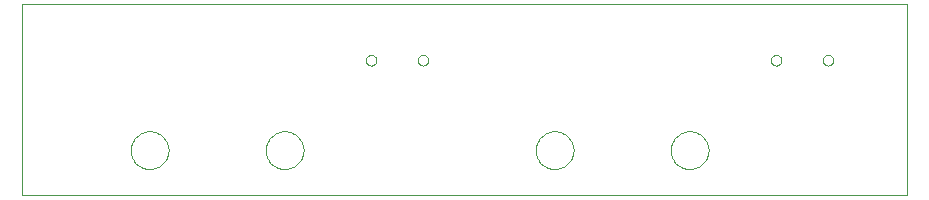
<source format=gko>
G75*
G70*
%OFA0B0*%
%FSLAX24Y24*%
%IPPOS*%
%LPD*%
%AMOC8*
5,1,8,0,0,1.08239X$1,22.5*
%
%ADD10C,0.0000*%
D10*
X000180Y002892D02*
X000180Y009262D01*
X029672Y009262D01*
X029672Y002892D01*
X000180Y002892D01*
X003800Y004392D02*
X003802Y004442D01*
X003808Y004492D01*
X003818Y004541D01*
X003832Y004589D01*
X003849Y004636D01*
X003870Y004681D01*
X003895Y004725D01*
X003923Y004766D01*
X003955Y004805D01*
X003989Y004842D01*
X004026Y004876D01*
X004066Y004906D01*
X004108Y004933D01*
X004152Y004957D01*
X004198Y004978D01*
X004245Y004994D01*
X004293Y005007D01*
X004343Y005016D01*
X004392Y005021D01*
X004443Y005022D01*
X004493Y005019D01*
X004542Y005012D01*
X004591Y005001D01*
X004639Y004986D01*
X004685Y004968D01*
X004730Y004946D01*
X004773Y004920D01*
X004814Y004891D01*
X004853Y004859D01*
X004889Y004824D01*
X004921Y004786D01*
X004951Y004746D01*
X004978Y004703D01*
X005001Y004659D01*
X005020Y004613D01*
X005036Y004565D01*
X005048Y004516D01*
X005056Y004467D01*
X005060Y004417D01*
X005060Y004367D01*
X005056Y004317D01*
X005048Y004268D01*
X005036Y004219D01*
X005020Y004171D01*
X005001Y004125D01*
X004978Y004081D01*
X004951Y004038D01*
X004921Y003998D01*
X004889Y003960D01*
X004853Y003925D01*
X004814Y003893D01*
X004773Y003864D01*
X004730Y003838D01*
X004685Y003816D01*
X004639Y003798D01*
X004591Y003783D01*
X004542Y003772D01*
X004493Y003765D01*
X004443Y003762D01*
X004392Y003763D01*
X004343Y003768D01*
X004293Y003777D01*
X004245Y003790D01*
X004198Y003806D01*
X004152Y003827D01*
X004108Y003851D01*
X004066Y003878D01*
X004026Y003908D01*
X003989Y003942D01*
X003955Y003979D01*
X003923Y004018D01*
X003895Y004059D01*
X003870Y004103D01*
X003849Y004148D01*
X003832Y004195D01*
X003818Y004243D01*
X003808Y004292D01*
X003802Y004342D01*
X003800Y004392D01*
X008300Y004392D02*
X008302Y004442D01*
X008308Y004492D01*
X008318Y004541D01*
X008332Y004589D01*
X008349Y004636D01*
X008370Y004681D01*
X008395Y004725D01*
X008423Y004766D01*
X008455Y004805D01*
X008489Y004842D01*
X008526Y004876D01*
X008566Y004906D01*
X008608Y004933D01*
X008652Y004957D01*
X008698Y004978D01*
X008745Y004994D01*
X008793Y005007D01*
X008843Y005016D01*
X008892Y005021D01*
X008943Y005022D01*
X008993Y005019D01*
X009042Y005012D01*
X009091Y005001D01*
X009139Y004986D01*
X009185Y004968D01*
X009230Y004946D01*
X009273Y004920D01*
X009314Y004891D01*
X009353Y004859D01*
X009389Y004824D01*
X009421Y004786D01*
X009451Y004746D01*
X009478Y004703D01*
X009501Y004659D01*
X009520Y004613D01*
X009536Y004565D01*
X009548Y004516D01*
X009556Y004467D01*
X009560Y004417D01*
X009560Y004367D01*
X009556Y004317D01*
X009548Y004268D01*
X009536Y004219D01*
X009520Y004171D01*
X009501Y004125D01*
X009478Y004081D01*
X009451Y004038D01*
X009421Y003998D01*
X009389Y003960D01*
X009353Y003925D01*
X009314Y003893D01*
X009273Y003864D01*
X009230Y003838D01*
X009185Y003816D01*
X009139Y003798D01*
X009091Y003783D01*
X009042Y003772D01*
X008993Y003765D01*
X008943Y003762D01*
X008892Y003763D01*
X008843Y003768D01*
X008793Y003777D01*
X008745Y003790D01*
X008698Y003806D01*
X008652Y003827D01*
X008608Y003851D01*
X008566Y003878D01*
X008526Y003908D01*
X008489Y003942D01*
X008455Y003979D01*
X008423Y004018D01*
X008395Y004059D01*
X008370Y004103D01*
X008349Y004148D01*
X008332Y004195D01*
X008318Y004243D01*
X008308Y004292D01*
X008302Y004342D01*
X008300Y004392D01*
X011637Y007392D02*
X011639Y007418D01*
X011645Y007444D01*
X011655Y007469D01*
X011668Y007492D01*
X011684Y007512D01*
X011704Y007530D01*
X011726Y007545D01*
X011749Y007557D01*
X011775Y007565D01*
X011801Y007569D01*
X011827Y007569D01*
X011853Y007565D01*
X011879Y007557D01*
X011903Y007545D01*
X011924Y007530D01*
X011944Y007512D01*
X011960Y007492D01*
X011973Y007469D01*
X011983Y007444D01*
X011989Y007418D01*
X011991Y007392D01*
X011989Y007366D01*
X011983Y007340D01*
X011973Y007315D01*
X011960Y007292D01*
X011944Y007272D01*
X011924Y007254D01*
X011902Y007239D01*
X011879Y007227D01*
X011853Y007219D01*
X011827Y007215D01*
X011801Y007215D01*
X011775Y007219D01*
X011749Y007227D01*
X011725Y007239D01*
X011704Y007254D01*
X011684Y007272D01*
X011668Y007292D01*
X011655Y007315D01*
X011645Y007340D01*
X011639Y007366D01*
X011637Y007392D01*
X013369Y007392D02*
X013371Y007418D01*
X013377Y007444D01*
X013387Y007469D01*
X013400Y007492D01*
X013416Y007512D01*
X013436Y007530D01*
X013458Y007545D01*
X013481Y007557D01*
X013507Y007565D01*
X013533Y007569D01*
X013559Y007569D01*
X013585Y007565D01*
X013611Y007557D01*
X013635Y007545D01*
X013656Y007530D01*
X013676Y007512D01*
X013692Y007492D01*
X013705Y007469D01*
X013715Y007444D01*
X013721Y007418D01*
X013723Y007392D01*
X013721Y007366D01*
X013715Y007340D01*
X013705Y007315D01*
X013692Y007292D01*
X013676Y007272D01*
X013656Y007254D01*
X013634Y007239D01*
X013611Y007227D01*
X013585Y007219D01*
X013559Y007215D01*
X013533Y007215D01*
X013507Y007219D01*
X013481Y007227D01*
X013457Y007239D01*
X013436Y007254D01*
X013416Y007272D01*
X013400Y007292D01*
X013387Y007315D01*
X013377Y007340D01*
X013371Y007366D01*
X013369Y007392D01*
X017300Y004392D02*
X017302Y004442D01*
X017308Y004492D01*
X017318Y004541D01*
X017332Y004589D01*
X017349Y004636D01*
X017370Y004681D01*
X017395Y004725D01*
X017423Y004766D01*
X017455Y004805D01*
X017489Y004842D01*
X017526Y004876D01*
X017566Y004906D01*
X017608Y004933D01*
X017652Y004957D01*
X017698Y004978D01*
X017745Y004994D01*
X017793Y005007D01*
X017843Y005016D01*
X017892Y005021D01*
X017943Y005022D01*
X017993Y005019D01*
X018042Y005012D01*
X018091Y005001D01*
X018139Y004986D01*
X018185Y004968D01*
X018230Y004946D01*
X018273Y004920D01*
X018314Y004891D01*
X018353Y004859D01*
X018389Y004824D01*
X018421Y004786D01*
X018451Y004746D01*
X018478Y004703D01*
X018501Y004659D01*
X018520Y004613D01*
X018536Y004565D01*
X018548Y004516D01*
X018556Y004467D01*
X018560Y004417D01*
X018560Y004367D01*
X018556Y004317D01*
X018548Y004268D01*
X018536Y004219D01*
X018520Y004171D01*
X018501Y004125D01*
X018478Y004081D01*
X018451Y004038D01*
X018421Y003998D01*
X018389Y003960D01*
X018353Y003925D01*
X018314Y003893D01*
X018273Y003864D01*
X018230Y003838D01*
X018185Y003816D01*
X018139Y003798D01*
X018091Y003783D01*
X018042Y003772D01*
X017993Y003765D01*
X017943Y003762D01*
X017892Y003763D01*
X017843Y003768D01*
X017793Y003777D01*
X017745Y003790D01*
X017698Y003806D01*
X017652Y003827D01*
X017608Y003851D01*
X017566Y003878D01*
X017526Y003908D01*
X017489Y003942D01*
X017455Y003979D01*
X017423Y004018D01*
X017395Y004059D01*
X017370Y004103D01*
X017349Y004148D01*
X017332Y004195D01*
X017318Y004243D01*
X017308Y004292D01*
X017302Y004342D01*
X017300Y004392D01*
X021800Y004392D02*
X021802Y004442D01*
X021808Y004492D01*
X021818Y004541D01*
X021832Y004589D01*
X021849Y004636D01*
X021870Y004681D01*
X021895Y004725D01*
X021923Y004766D01*
X021955Y004805D01*
X021989Y004842D01*
X022026Y004876D01*
X022066Y004906D01*
X022108Y004933D01*
X022152Y004957D01*
X022198Y004978D01*
X022245Y004994D01*
X022293Y005007D01*
X022343Y005016D01*
X022392Y005021D01*
X022443Y005022D01*
X022493Y005019D01*
X022542Y005012D01*
X022591Y005001D01*
X022639Y004986D01*
X022685Y004968D01*
X022730Y004946D01*
X022773Y004920D01*
X022814Y004891D01*
X022853Y004859D01*
X022889Y004824D01*
X022921Y004786D01*
X022951Y004746D01*
X022978Y004703D01*
X023001Y004659D01*
X023020Y004613D01*
X023036Y004565D01*
X023048Y004516D01*
X023056Y004467D01*
X023060Y004417D01*
X023060Y004367D01*
X023056Y004317D01*
X023048Y004268D01*
X023036Y004219D01*
X023020Y004171D01*
X023001Y004125D01*
X022978Y004081D01*
X022951Y004038D01*
X022921Y003998D01*
X022889Y003960D01*
X022853Y003925D01*
X022814Y003893D01*
X022773Y003864D01*
X022730Y003838D01*
X022685Y003816D01*
X022639Y003798D01*
X022591Y003783D01*
X022542Y003772D01*
X022493Y003765D01*
X022443Y003762D01*
X022392Y003763D01*
X022343Y003768D01*
X022293Y003777D01*
X022245Y003790D01*
X022198Y003806D01*
X022152Y003827D01*
X022108Y003851D01*
X022066Y003878D01*
X022026Y003908D01*
X021989Y003942D01*
X021955Y003979D01*
X021923Y004018D01*
X021895Y004059D01*
X021870Y004103D01*
X021849Y004148D01*
X021832Y004195D01*
X021818Y004243D01*
X021808Y004292D01*
X021802Y004342D01*
X021800Y004392D01*
X025137Y007392D02*
X025139Y007418D01*
X025145Y007444D01*
X025155Y007469D01*
X025168Y007492D01*
X025184Y007512D01*
X025204Y007530D01*
X025226Y007545D01*
X025249Y007557D01*
X025275Y007565D01*
X025301Y007569D01*
X025327Y007569D01*
X025353Y007565D01*
X025379Y007557D01*
X025403Y007545D01*
X025424Y007530D01*
X025444Y007512D01*
X025460Y007492D01*
X025473Y007469D01*
X025483Y007444D01*
X025489Y007418D01*
X025491Y007392D01*
X025489Y007366D01*
X025483Y007340D01*
X025473Y007315D01*
X025460Y007292D01*
X025444Y007272D01*
X025424Y007254D01*
X025402Y007239D01*
X025379Y007227D01*
X025353Y007219D01*
X025327Y007215D01*
X025301Y007215D01*
X025275Y007219D01*
X025249Y007227D01*
X025225Y007239D01*
X025204Y007254D01*
X025184Y007272D01*
X025168Y007292D01*
X025155Y007315D01*
X025145Y007340D01*
X025139Y007366D01*
X025137Y007392D01*
X026869Y007392D02*
X026871Y007418D01*
X026877Y007444D01*
X026887Y007469D01*
X026900Y007492D01*
X026916Y007512D01*
X026936Y007530D01*
X026958Y007545D01*
X026981Y007557D01*
X027007Y007565D01*
X027033Y007569D01*
X027059Y007569D01*
X027085Y007565D01*
X027111Y007557D01*
X027135Y007545D01*
X027156Y007530D01*
X027176Y007512D01*
X027192Y007492D01*
X027205Y007469D01*
X027215Y007444D01*
X027221Y007418D01*
X027223Y007392D01*
X027221Y007366D01*
X027215Y007340D01*
X027205Y007315D01*
X027192Y007292D01*
X027176Y007272D01*
X027156Y007254D01*
X027134Y007239D01*
X027111Y007227D01*
X027085Y007219D01*
X027059Y007215D01*
X027033Y007215D01*
X027007Y007219D01*
X026981Y007227D01*
X026957Y007239D01*
X026936Y007254D01*
X026916Y007272D01*
X026900Y007292D01*
X026887Y007315D01*
X026877Y007340D01*
X026871Y007366D01*
X026869Y007392D01*
M02*

</source>
